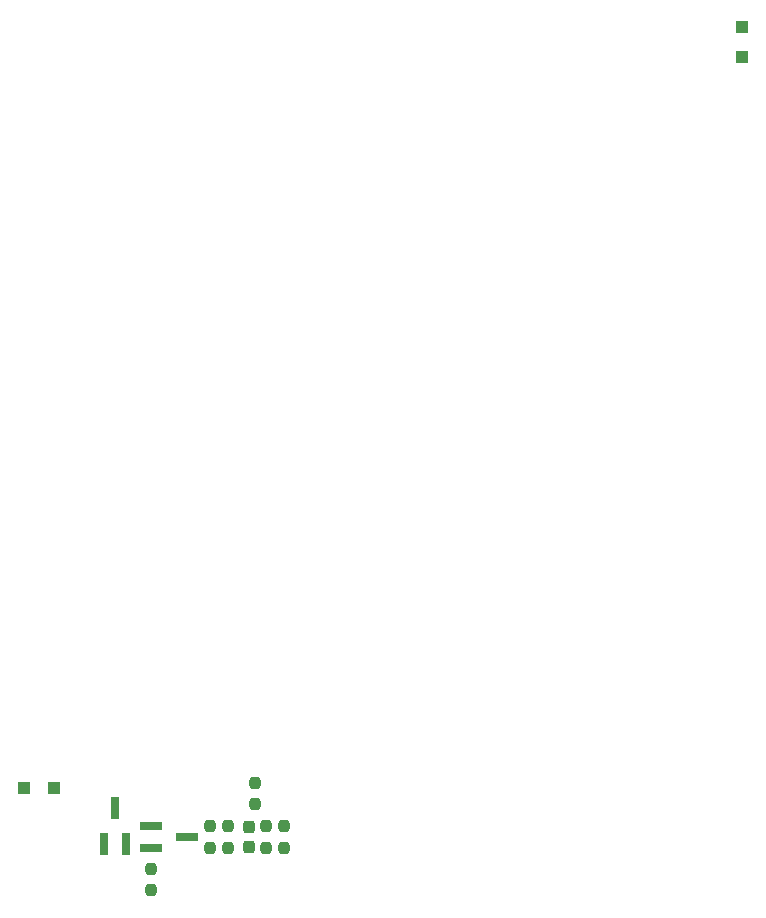
<source format=gbr>
%TF.GenerationSoftware,KiCad,Pcbnew,(6.0.11)*%
%TF.CreationDate,2024-02-29T08:21:51+09:00*%
%TF.ProjectId,LargePW,4c617267-6550-4572-9e6b-696361645f70,rev?*%
%TF.SameCoordinates,Original*%
%TF.FileFunction,Paste,Bot*%
%TF.FilePolarity,Positive*%
%FSLAX46Y46*%
G04 Gerber Fmt 4.6, Leading zero omitted, Abs format (unit mm)*
G04 Created by KiCad (PCBNEW (6.0.11)) date 2024-02-29 08:21:51*
%MOMM*%
%LPD*%
G01*
G04 APERTURE LIST*
G04 Aperture macros list*
%AMRoundRect*
0 Rectangle with rounded corners*
0 $1 Rounding radius*
0 $2 $3 $4 $5 $6 $7 $8 $9 X,Y pos of 4 corners*
0 Add a 4 corners polygon primitive as box body*
4,1,4,$2,$3,$4,$5,$6,$7,$8,$9,$2,$3,0*
0 Add four circle primitives for the rounded corners*
1,1,$1+$1,$2,$3*
1,1,$1+$1,$4,$5*
1,1,$1+$1,$6,$7*
1,1,$1+$1,$8,$9*
0 Add four rect primitives between the rounded corners*
20,1,$1+$1,$2,$3,$4,$5,0*
20,1,$1+$1,$4,$5,$6,$7,0*
20,1,$1+$1,$6,$7,$8,$9,0*
20,1,$1+$1,$8,$9,$2,$3,0*%
G04 Aperture macros list end*
%ADD10R,1.900000X0.800000*%
%ADD11R,1.000000X1.000000*%
%ADD12RoundRect,0.237500X0.237500X-0.250000X0.237500X0.250000X-0.237500X0.250000X-0.237500X-0.250000X0*%
%ADD13RoundRect,0.237500X-0.237500X0.250000X-0.237500X-0.250000X0.237500X-0.250000X0.237500X0.250000X0*%
%ADD14R,0.800000X1.900000*%
%ADD15RoundRect,0.237500X-0.237500X0.300000X-0.237500X-0.300000X0.237500X-0.300000X0.237500X0.300000X0*%
G04 APERTURE END LIST*
D10*
%TO.C,Q5*%
X99500000Y-140878349D03*
X99500000Y-138978349D03*
X102500000Y-139928349D03*
%TD*%
D11*
%TO.C,D2*%
X149500000Y-73869000D03*
X149500000Y-71369000D03*
%TD*%
D12*
%TO.C,R6*%
X99470000Y-144452500D03*
X99470000Y-142627500D03*
%TD*%
%TO.C,R4*%
X110750000Y-140840849D03*
X110750000Y-139015849D03*
%TD*%
D13*
%TO.C,R5*%
X104500000Y-139015849D03*
X104500000Y-140840849D03*
%TD*%
D14*
%TO.C,Q6*%
X97370000Y-140500000D03*
X95470000Y-140500000D03*
X96420000Y-137500000D03*
%TD*%
D13*
%TO.C,R2*%
X106000000Y-139015849D03*
X106000000Y-140840849D03*
%TD*%
D15*
%TO.C,C1*%
X107750000Y-139065849D03*
X107750000Y-140790849D03*
%TD*%
D13*
%TO.C,R3*%
X109250000Y-139015849D03*
X109250000Y-140840849D03*
%TD*%
%TO.C,R1*%
X108300000Y-135347500D03*
X108300000Y-137172500D03*
%TD*%
D11*
%TO.C,D1*%
X88750000Y-135750000D03*
X91250000Y-135750000D03*
%TD*%
M02*

</source>
